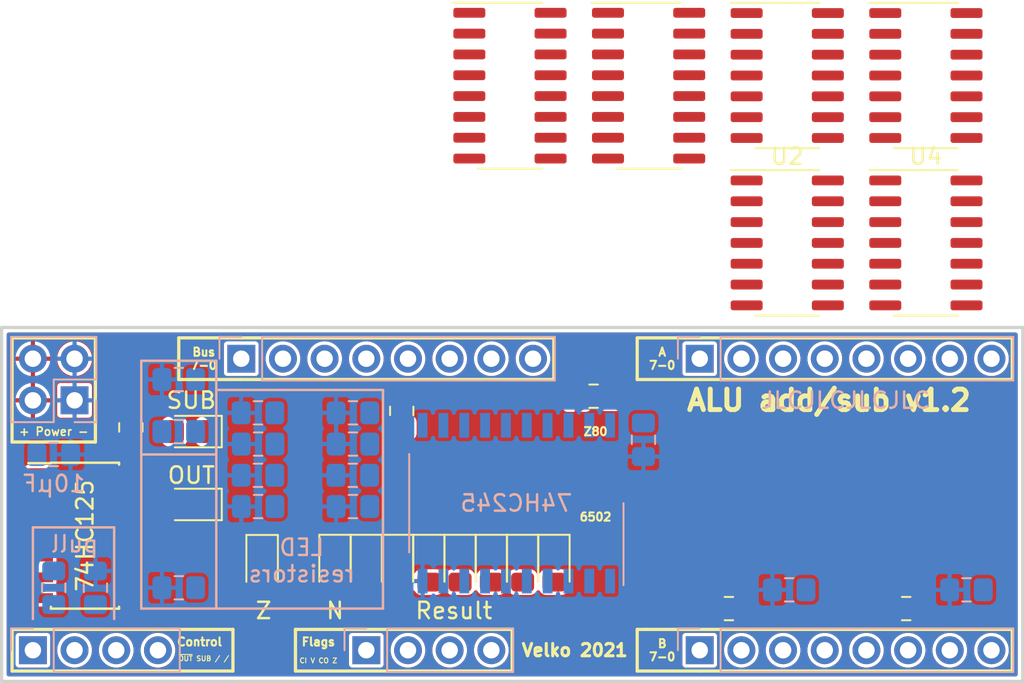
<source format=kicad_pcb>
(kicad_pcb (version 20171130) (host pcbnew "(5.1.9)-1")
  (layers (0 F.Cu signal) (1 In1.Cu signal) (2 In2.Cu signal) (31 B.Cu signal) (34 B.Paste user hide) (35 F.Paste user hide) (36 B.SilkS user hide) (37 F.SilkS user hide) (38 B.Mask user hide) (39 F.Mask user hide) (44 Edge.Cuts user))
  (net 0 "")
  (net 1 VCC)
  (net 2 GND)
  (net 3 SUM0)
  (net 4 "Net-(D1-Pad1)")
  (net 5 SUM1)
  (net 6 SUM2)
  (net 7 "Net-(D2-Pad1)")
  (net 8 "Net-(D3-Pad1)")
  (net 9 SUM3)
  (net 10 "Net-(D4-Pad1)")
  (net 11 SUM4)
  (net 12 SUM5)
  (net 13 "Net-(D5-Pad1)")
  (net 14 SUM6)
  (net 15 "Net-(D6-Pad1)")
  (net 16 SUM7)
  (net 17 "Net-(D7-Pad1)")
  (net 18 ~OUT~)
  (net 19 "Net-(D11-Pad1)")
  (net 20 BUS7)
  (net 21 BUS6)
  (net 22 BUS5)
  (net 23 BUS4)
  (net 24 BUS3)
  (net 25 BUS2)
  (net 26 BUS1)
  (net 27 BUS0)
  (net 28 ZIN)
  (net 29 "Net-(D8-Pad1)")
  (net 30 "Net-(D9-Pad2)")
  (net 31 "Net-(D10-Pad1)")
  (net 32 AND_OR)
  (net 33 "Net-(D11-Pad2)")
  (net 34 A0)
  (net 35 A1)
  (net 36 A2)
  (net 37 A3)
  (net 38 A4)
  (net 39 A5)
  (net 40 A6)
  (net 41 A7)
  (net 42 B7)
  (net 43 B6)
  (net 44 B5)
  (net 45 B4)
  (net 46 B3)
  (net 47 B2)
  (net 48 B1)
  (net 49 B0)
  (net 50 AND4)
  (net 51 AND5)
  (net 52 AND6)
  (net 53 AND7)
  (net 54 AND0)
  (net 55 AND1)
  (net 56 AND2)
  (net 57 AND3)
  (net 58 OR4)
  (net 59 OR5)
  (net 60 OR6)
  (net 61 OR7)
  (net 62 OR0)
  (net 63 OR1)
  (net 64 OR2)
  (net 65 OR3)
  (module Package_SO:SOIC-16_3.9x9.9mm_P1.27mm (layer F.Cu) (at 74.354 21.448)
    (fp_text reference U7 (at 0 -5.9) (layer F.SilkS))
    (fp_text value 74HC157)
    (pad 16 smd roundrect (at 2.475 -4.445) (size 1.95 0.6) (layers F.Cu F.Paste F.Mask) (net 1 VCC))
    (pad 15 smd roundrect (at 2.475 -3.175) (size 1.95 0.6) (layers F.Cu F.Paste F.Mask) (net 2 GND))
    (pad 14 smd roundrect (at 2.475 -1.905) (size 1.95 0.6) (layers F.Cu F.Paste F.Mask) (net 54 AND0))
    (pad 13 smd roundrect (at 2.475 -0.635) (size 1.95 0.6) (layers F.Cu F.Paste F.Mask) (net 62 OR0))
    (pad 12 smd roundrect (at 2.475 0.635) (size 1.95 0.6) (layers F.Cu F.Paste F.Mask) (net 3 SUM0))
    (pad 11 smd roundrect (at 2.475 1.905) (size 1.95 0.6) (layers F.Cu F.Paste F.Mask) (net 55 AND1))
    (pad 10 smd roundrect (at 2.475 3.175) (size 1.95 0.6) (layers F.Cu F.Paste F.Mask) (net 63 OR1))
    (pad 9 smd roundrect (at 2.475 4.445) (size 1.95 0.6) (layers F.Cu F.Paste F.Mask) (net 5 SUM1))
    (pad 8 smd roundrect (at -2.475 4.445) (size 1.95 0.6) (layers F.Cu F.Paste F.Mask) (net 2 GND))
    (pad 7 smd roundrect (at -2.475 3.175) (size 1.95 0.6) (layers F.Cu F.Paste F.Mask) (net 6 SUM2))
    (pad 6 smd roundrect (at -2.475 1.905) (size 1.95 0.6) (layers F.Cu F.Paste F.Mask) (net 64 OR2))
    (pad 5 smd roundrect (at -2.475 0.635) (size 1.95 0.6) (layers F.Cu F.Paste F.Mask) (net 56 AND2))
    (pad 4 smd roundrect (at -2.475 -0.635) (size 1.95 0.6) (layers F.Cu F.Paste F.Mask) (net 9 SUM3))
    (pad 3 smd roundrect (at -2.475 -1.905) (size 1.95 0.6) (layers F.Cu F.Paste F.Mask) (net 65 OR3))
    (pad 2 smd roundrect (at -2.475 -3.175) (size 1.95 0.6) (layers F.Cu F.Paste F.Mask) (net 57 AND3))
    (pad 1 smd roundrect (at -2.475 -4.445) (size 1.95 0.6) (layers F.Cu F.Paste F.Mask) (net 32 AND_OR))
  )
  (module Package_SO:SOIC-16_3.9x9.9mm_P1.27mm (layer F.Cu) (at 65.904 21.448)
    (fp_text reference U6 (at 0 -5.9) (layer F.SilkS))
    (fp_text value 74HC157)
    (pad 16 smd roundrect (at 2.475 -4.445) (size 1.95 0.6) (layers F.Cu F.Paste F.Mask) (net 1 VCC))
    (pad 15 smd roundrect (at 2.475 -3.175) (size 1.95 0.6) (layers F.Cu F.Paste F.Mask) (net 2 GND))
    (pad 14 smd roundrect (at 2.475 -1.905) (size 1.95 0.6) (layers F.Cu F.Paste F.Mask) (net 50 AND4))
    (pad 13 smd roundrect (at 2.475 -0.635) (size 1.95 0.6) (layers F.Cu F.Paste F.Mask) (net 58 OR4))
    (pad 12 smd roundrect (at 2.475 0.635) (size 1.95 0.6) (layers F.Cu F.Paste F.Mask) (net 11 SUM4))
    (pad 11 smd roundrect (at 2.475 1.905) (size 1.95 0.6) (layers F.Cu F.Paste F.Mask) (net 51 AND5))
    (pad 10 smd roundrect (at 2.475 3.175) (size 1.95 0.6) (layers F.Cu F.Paste F.Mask) (net 59 OR5))
    (pad 9 smd roundrect (at 2.475 4.445) (size 1.95 0.6) (layers F.Cu F.Paste F.Mask) (net 12 SUM5))
    (pad 8 smd roundrect (at -2.475 4.445) (size 1.95 0.6) (layers F.Cu F.Paste F.Mask) (net 2 GND))
    (pad 7 smd roundrect (at -2.475 3.175) (size 1.95 0.6) (layers F.Cu F.Paste F.Mask) (net 14 SUM6))
    (pad 6 smd roundrect (at -2.475 1.905) (size 1.95 0.6) (layers F.Cu F.Paste F.Mask) (net 60 OR6))
    (pad 5 smd roundrect (at -2.475 0.635) (size 1.95 0.6) (layers F.Cu F.Paste F.Mask) (net 52 AND6))
    (pad 4 smd roundrect (at -2.475 -0.635) (size 1.95 0.6) (layers F.Cu F.Paste F.Mask) (net 16 SUM7))
    (pad 3 smd roundrect (at -2.475 -1.905) (size 1.95 0.6) (layers F.Cu F.Paste F.Mask) (net 61 OR7))
    (pad 2 smd roundrect (at -2.475 -3.175) (size 1.95 0.6) (layers F.Cu F.Paste F.Mask) (net 53 AND7))
    (pad 1 smd roundrect (at -2.475 -4.445) (size 1.95 0.6) (layers F.Cu F.Paste F.Mask) (net 32 AND_OR))
  )
  (module Package_SO:SOIC-14_3.9x8.7mm_P1.27mm (layer F.Cu) (at 91.254 31.038)
    (fp_text reference U4 (at 0 -5.28) (layer F.SilkS))
    (fp_text value 74HC32)
    (pad 14 smd roundrect (at 2.475 -3.81) (size 1.95 0.6) (layers F.Cu F.Paste F.Mask) (net 1 VCC))
    (pad 13 smd roundrect (at 2.475 -2.54) (size 1.95 0.6) (layers F.Cu F.Paste F.Mask) (net 49 B0))
    (pad 12 smd roundrect (at 2.475 -1.27) (size 1.95 0.6) (layers F.Cu F.Paste F.Mask) (net 34 A0))
    (pad 11 smd roundrect (at 2.475 0) (size 1.95 0.6) (layers F.Cu F.Paste F.Mask) (net 62 OR0))
    (pad 10 smd roundrect (at 2.475 1.27) (size 1.95 0.6) (layers F.Cu F.Paste F.Mask) (net 48 B1))
    (pad 9 smd roundrect (at 2.475 2.54) (size 1.95 0.6) (layers F.Cu F.Paste F.Mask) (net 35 A1))
    (pad 8 smd roundrect (at 2.475 3.81) (size 1.95 0.6) (layers F.Cu F.Paste F.Mask) (net 63 OR1))
    (pad 7 smd roundrect (at -2.475 3.81) (size 1.95 0.6) (layers F.Cu F.Paste F.Mask) (net 2 GND))
    (pad 6 smd roundrect (at -2.475 2.54) (size 1.95 0.6) (layers F.Cu F.Paste F.Mask) (net 64 OR2))
    (pad 5 smd roundrect (at -2.475 1.27) (size 1.95 0.6) (layers F.Cu F.Paste F.Mask) (net 47 B2))
    (pad 4 smd roundrect (at -2.475 0) (size 1.95 0.6) (layers F.Cu F.Paste F.Mask) (net 36 A2))
    (pad 3 smd roundrect (at -2.475 -1.27) (size 1.95 0.6) (layers F.Cu F.Paste F.Mask) (net 65 OR3))
    (pad 2 smd roundrect (at -2.475 -2.54) (size 1.95 0.6) (layers F.Cu F.Paste F.Mask) (net 46 B3))
    (pad 1 smd roundrect (at -2.475 -3.81) (size 1.95 0.6) (layers F.Cu F.Paste F.Mask) (net 37 A3))
  )
  (module Package_SO:SOIC-14_3.9x8.7mm_P1.27mm (layer F.Cu) (at 91.254 20.828)
    (fp_text reference U3 (at 0 -5.28) (layer F.SilkS))
    (fp_text value 74HC32)
    (pad 14 smd roundrect (at 2.475 -3.81) (size 1.95 0.6) (layers F.Cu F.Paste F.Mask) (net 1 VCC))
    (pad 13 smd roundrect (at 2.475 -2.54) (size 1.95 0.6) (layers F.Cu F.Paste F.Mask) (net 45 B4))
    (pad 12 smd roundrect (at 2.475 -1.27) (size 1.95 0.6) (layers F.Cu F.Paste F.Mask) (net 38 A4))
    (pad 11 smd roundrect (at 2.475 0) (size 1.95 0.6) (layers F.Cu F.Paste F.Mask) (net 58 OR4))
    (pad 10 smd roundrect (at 2.475 1.27) (size 1.95 0.6) (layers F.Cu F.Paste F.Mask) (net 44 B5))
    (pad 9 smd roundrect (at 2.475 2.54) (size 1.95 0.6) (layers F.Cu F.Paste F.Mask) (net 39 A5))
    (pad 8 smd roundrect (at 2.475 3.81) (size 1.95 0.6) (layers F.Cu F.Paste F.Mask) (net 59 OR5))
    (pad 7 smd roundrect (at -2.475 3.81) (size 1.95 0.6) (layers F.Cu F.Paste F.Mask) (net 2 GND))
    (pad 6 smd roundrect (at -2.475 2.54) (size 1.95 0.6) (layers F.Cu F.Paste F.Mask) (net 60 OR6))
    (pad 5 smd roundrect (at -2.475 1.27) (size 1.95 0.6) (layers F.Cu F.Paste F.Mask) (net 43 B6))
    (pad 4 smd roundrect (at -2.475 0) (size 1.95 0.6) (layers F.Cu F.Paste F.Mask) (net 40 A6))
    (pad 3 smd roundrect (at -2.475 -1.27) (size 1.95 0.6) (layers F.Cu F.Paste F.Mask) (net 61 OR7))
    (pad 2 smd roundrect (at -2.475 -2.54) (size 1.95 0.6) (layers F.Cu F.Paste F.Mask) (net 42 B7))
    (pad 1 smd roundrect (at -2.475 -3.81) (size 1.95 0.6) (layers F.Cu F.Paste F.Mask) (net 41 A7))
  )
  (module Package_SO:SOIC-14_3.9x8.7mm_P1.27mm (layer F.Cu) (at 82.804 31.038)
    (fp_text reference U2 (at 0 -5.28) (layer F.SilkS))
    (fp_text value 74HC08)
    (pad 14 smd roundrect (at 2.475 -3.81) (size 1.95 0.6) (layers F.Cu F.Paste F.Mask) (net 1 VCC))
    (pad 13 smd roundrect (at 2.475 -2.54) (size 1.95 0.6) (layers F.Cu F.Paste F.Mask) (net 49 B0))
    (pad 12 smd roundrect (at 2.475 -1.27) (size 1.95 0.6) (layers F.Cu F.Paste F.Mask) (net 34 A0))
    (pad 11 smd roundrect (at 2.475 0) (size 1.95 0.6) (layers F.Cu F.Paste F.Mask) (net 54 AND0))
    (pad 10 smd roundrect (at 2.475 1.27) (size 1.95 0.6) (layers F.Cu F.Paste F.Mask) (net 48 B1))
    (pad 9 smd roundrect (at 2.475 2.54) (size 1.95 0.6) (layers F.Cu F.Paste F.Mask) (net 35 A1))
    (pad 8 smd roundrect (at 2.475 3.81) (size 1.95 0.6) (layers F.Cu F.Paste F.Mask) (net 55 AND1))
    (pad 7 smd roundrect (at -2.475 3.81) (size 1.95 0.6) (layers F.Cu F.Paste F.Mask) (net 2 GND))
    (pad 6 smd roundrect (at -2.475 2.54) (size 1.95 0.6) (layers F.Cu F.Paste F.Mask) (net 56 AND2))
    (pad 5 smd roundrect (at -2.475 1.27) (size 1.95 0.6) (layers F.Cu F.Paste F.Mask) (net 47 B2))
    (pad 4 smd roundrect (at -2.475 0) (size 1.95 0.6) (layers F.Cu F.Paste F.Mask) (net 36 A2))
    (pad 3 smd roundrect (at -2.475 -1.27) (size 1.95 0.6) (layers F.Cu F.Paste F.Mask) (net 57 AND3))
    (pad 2 smd roundrect (at -2.475 -2.54) (size 1.95 0.6) (layers F.Cu F.Paste F.Mask) (net 46 B3))
    (pad 1 smd roundrect (at -2.475 -3.81) (size 1.95 0.6) (layers F.Cu F.Paste F.Mask) (net 37 A3))
  )
  (module Package_SO:SOIC-14_3.9x8.7mm_P1.27mm (layer F.Cu) (at 82.804 20.828)
    (fp_text reference U1 (at 0 -5.28) (layer F.SilkS))
    (fp_text value 74HC08)
    (pad 14 smd roundrect (at 2.475 -3.81) (size 1.95 0.6) (layers F.Cu F.Paste F.Mask) (net 1 VCC))
    (pad 13 smd roundrect (at 2.475 -2.54) (size 1.95 0.6) (layers F.Cu F.Paste F.Mask) (net 45 B4))
    (pad 12 smd roundrect (at 2.475 -1.27) (size 1.95 0.6) (layers F.Cu F.Paste F.Mask) (net 38 A4))
    (pad 11 smd roundrect (at 2.475 0) (size 1.95 0.6) (layers F.Cu F.Paste F.Mask) (net 50 AND4))
    (pad 10 smd roundrect (at 2.475 1.27) (size 1.95 0.6) (layers F.Cu F.Paste F.Mask) (net 44 B5))
    (pad 9 smd roundrect (at 2.475 2.54) (size 1.95 0.6) (layers F.Cu F.Paste F.Mask) (net 39 A5))
    (pad 8 smd roundrect (at 2.475 3.81) (size 1.95 0.6) (layers F.Cu F.Paste F.Mask) (net 51 AND5))
    (pad 7 smd roundrect (at -2.475 3.81) (size 1.95 0.6) (layers F.Cu F.Paste F.Mask) (net 2 GND))
    (pad 6 smd roundrect (at -2.475 2.54) (size 1.95 0.6) (layers F.Cu F.Paste F.Mask) (net 52 AND6))
    (pad 5 smd roundrect (at -2.475 1.27) (size 1.95 0.6) (layers F.Cu F.Paste F.Mask) (net 43 B6))
    (pad 4 smd roundrect (at -2.475 0) (size 1.95 0.6) (layers F.Cu F.Paste F.Mask) (net 40 A6))
    (pad 3 smd roundrect (at -2.475 -1.27) (size 1.95 0.6) (layers F.Cu F.Paste F.Mask) (net 53 AND7))
    (pad 2 smd roundrect (at -2.475 -2.54) (size 1.95 0.6) (layers F.Cu F.Paste F.Mask) (net 42 B7))
    (pad 1 smd roundrect (at -2.475 -3.81) (size 1.95 0.6) (layers F.Cu F.Paste F.Mask) (net 41 A7))
  )
  (module Capacitor_SMD:C_0805_2012Metric_Pad1.15x1.40mm_HandSolder (layer B.Cu) (at 38.1 43.942)
    (fp_text reference C1 hide)
    (fp_text value 10μF (at 0 1.778) (layer B.SilkS) (effects (justify mirror)))
    (pad 1 smd roundrect (at -1.025 0) (size 1.15 1.4) (layers B.Cu B.Paste B.Mask) (roundrect_rratio 0.2173904347826087) (net 1 VCC))
    (pad 2 smd roundrect (at 1.025 0) (size 1.15 1.4) (layers B.Cu B.Paste B.Mask) (roundrect_rratio 0.2173904347826087) (net 2 GND))
  )
  (module Capacitor_SMD:C_0805_2012Metric_Pad1.15x1.40mm_HandSolder (layer B.Cu) (at 74.041 43.044 270)
    (fp_text reference C2 hide)
    (fp_text value 100nF)
    (pad 2 smd roundrect (at 1.025 0 270) (size 1.15 1.4) (layers B.Cu B.Paste B.Mask) (roundrect_rratio 0.2173904347826087) (net 2 GND))
    (pad 1 smd roundrect (at -1.025 0 270) (size 1.15 1.4) (layers B.Cu B.Paste B.Mask) (roundrect_rratio 0.2173904347826087) (net 1 VCC))
  )
  (module Capacitor_SMD:C_0805_2012Metric_Pad1.15x1.40mm_HandSolder (layer F.Cu) (at 42.799 42.291 90)
    (fp_text reference C3 hide)
    (fp_text value 100nF)
    (pad 1 smd roundrect (at -1.025 0 90) (size 1.15 1.4) (layers F.Cu F.Paste F.Mask) (roundrect_rratio 0.2173904347826087) (net 1 VCC))
    (pad 2 smd roundrect (at 1.025 0 90) (size 1.15 1.4) (layers F.Cu F.Paste F.Mask) (roundrect_rratio 0.2173904347826087) (net 2 GND))
  )
  (module Capacitor_SMD:C_0805_2012Metric_Pad1.15x1.40mm_HandSolder (layer B.Cu) (at 82.922 52.197 180)
    (fp_text reference C4 hide)
    (fp_text value 100nF)
    (pad 2 smd roundrect (at 1.025 0 180) (size 1.15 1.4) (layers B.Cu B.Paste B.Mask) (roundrect_rratio 0.2173904347826087) (net 2 GND))
    (pad 1 smd roundrect (at -1.025 0 180) (size 1.15 1.4) (layers B.Cu B.Paste B.Mask) (roundrect_rratio 0.2173904347826087) (net 1 VCC))
  )
  (module Capacitor_SMD:C_0805_2012Metric_Pad1.15x1.40mm_HandSolder (layer B.Cu) (at 93.726 52.197 180)
    (fp_text reference C5 hide)
    (fp_text value 100nF)
    (pad 1 smd roundrect (at -1.025 0 180) (size 1.15 1.4) (layers B.Cu B.Paste B.Mask) (roundrect_rratio 0.2173904347826087) (net 1 VCC))
    (pad 2 smd roundrect (at 1.025 0 180) (size 1.15 1.4) (layers B.Cu B.Paste B.Mask) (roundrect_rratio 0.2173904347826087) (net 2 GND))
  )
  (module LED_SMD:LED_0805_2012Metric_Pad1.15x1.40mm_HandSolder (layer F.Cu) (at 68.58 50.7 270)
    (fp_text reference D1 hide)
    (fp_text value 0)
    (pad 1 smd roundrect (at -1.025 0 270) (size 1.15 1.4) (layers F.Cu F.Paste F.Mask) (roundrect_rratio 0.2173904347826087) (net 4 "Net-(D1-Pad1)"))
    (pad 2 smd roundrect (at 1.025 0 270) (size 1.15 1.4) (layers F.Cu F.Paste F.Mask) (roundrect_rratio 0.2173904347826087) (net 3 SUM0))
  )
  (module LED_SMD:LED_0805_2012Metric_Pad1.15x1.40mm_HandSolder (layer F.Cu) (at 66.675 50.7 270)
    (fp_text reference D2 hide)
    (fp_text value 1)
    (pad 1 smd roundrect (at -1.025 0 270) (size 1.15 1.4) (layers F.Cu F.Paste F.Mask) (roundrect_rratio 0.2173904347826087) (net 7 "Net-(D2-Pad1)"))
    (pad 2 smd roundrect (at 1.025 0 270) (size 1.15 1.4) (layers F.Cu F.Paste F.Mask) (roundrect_rratio 0.2173904347826087) (net 5 SUM1))
  )
  (module LED_SMD:LED_0805_2012Metric_Pad1.15x1.40mm_HandSolder (layer F.Cu) (at 64.77 50.7 270)
    (fp_text reference D3 hide)
    (fp_text value 2)
    (pad 2 smd roundrect (at 1.025 0 270) (size 1.15 1.4) (layers F.Cu F.Paste F.Mask) (roundrect_rratio 0.2173904347826087) (net 6 SUM2))
    (pad 1 smd roundrect (at -1.025 0 270) (size 1.15 1.4) (layers F.Cu F.Paste F.Mask) (roundrect_rratio 0.2173904347826087) (net 8 "Net-(D3-Pad1)"))
  )
  (module LED_SMD:LED_0805_2012Metric_Pad1.15x1.40mm_HandSolder (layer F.Cu) (at 62.865 50.7 270)
    (fp_text reference D4 hide)
    (fp_text value Result (at 2.767 0.381) (layer F.SilkS))
    (pad 1 smd roundrect (at -1.025 0 270) (size 1.15 1.4) (layers F.Cu F.Paste F.Mask) (roundrect_rratio 0.2173904347826087) (net 10 "Net-(D4-Pad1)"))
    (pad 2 smd roundrect (at 1.025 0 270) (size 1.15 1.4) (layers F.Cu F.Paste F.Mask) (roundrect_rratio 0.2173904347826087) (net 9 SUM3))
  )
  (module LED_SMD:LED_0805_2012Metric_Pad1.15x1.40mm_HandSolder (layer F.Cu) (at 60.96 50.7 270)
    (fp_text reference D5 hide)
    (fp_text value 4)
    (pad 1 smd roundrect (at -1.025 0 270) (size 1.15 1.4) (layers F.Cu F.Paste F.Mask) (roundrect_rratio 0.2173904347826087) (net 13 "Net-(D5-Pad1)"))
    (pad 2 smd roundrect (at 1.025 0 270) (size 1.15 1.4) (layers F.Cu F.Paste F.Mask) (roundrect_rratio 0.2173904347826087) (net 11 SUM4))
  )
  (module LED_SMD:LED_0805_2012Metric_Pad1.15x1.40mm_HandSolder (layer F.Cu) (at 59.055 50.7 270)
    (fp_text reference D6 hide)
    (fp_text value 5)
    (pad 2 smd roundrect (at 1.025 0 270) (size 1.15 1.4) (layers F.Cu F.Paste F.Mask) (roundrect_rratio 0.2173904347826087) (net 12 SUM5))
    (pad 1 smd roundrect (at -1.025 0 270) (size 1.15 1.4) (layers F.Cu F.Paste F.Mask) (roundrect_rratio 0.2173904347826087) (net 15 "Net-(D6-Pad1)"))
  )
  (module LED_SMD:LED_0805_2012Metric_Pad1.15x1.40mm_HandSolder (layer F.Cu) (at 57.15 50.7 270)
    (fp_text reference D7 hide)
    (fp_text value 6)
    (pad 2 smd roundrect (at 1.025 0 270) (size 1.15 1.4) (layers F.Cu F.Paste F.Mask) (roundrect_rratio 0.2173904347826087) (net 14 SUM6))
    (pad 1 smd roundrect (at -1.025 0 270) (size 1.15 1.4) (layers F.Cu F.Paste F.Mask) (roundrect_rratio 0.2173904347826087) (net 17 "Net-(D7-Pad1)"))
  )
  (module LED_SMD:LED_0805_2012Metric_Pad1.15x1.40mm_HandSolder (layer F.Cu) (at 55.245 50.7 270)
    (fp_text reference D8 hide)
    (fp_text value N (at 2.767 0) (layer F.SilkS))
    (pad 2 smd roundrect (at 1.025 0 270) (size 1.15 1.4) (layers F.Cu F.Paste F.Mask) (roundrect_rratio 0.2173904347826087) (net 16 SUM7))
    (pad 1 smd roundrect (at -1.025 0 270) (size 1.15 1.4) (layers F.Cu F.Paste F.Mask) (roundrect_rratio 0.2173904347826087) (net 29 "Net-(D8-Pad1)"))
  )
  (module LED_SMD:LED_0805_2012Metric_Pad1.15x1.40mm_HandSolder (layer F.Cu) (at 46.482 46.99 180)
    (fp_text reference D9 hide)
    (fp_text value OUT (at 0 1.778) (layer F.SilkS))
    (pad 1 smd roundrect (at -1.025 0 180) (size 1.15 1.4) (layers F.Cu F.Paste F.Mask) (roundrect_rratio 0.2173904347826087) (net 18 ~OUT~))
    (pad 2 smd roundrect (at 1.025 0 180) (size 1.15 1.4) (layers F.Cu F.Paste F.Mask) (roundrect_rratio 0.2173904347826087) (net 30 "Net-(D9-Pad2)"))
  )
  (module LED_SMD:LED_0805_2012Metric_Pad1.15x1.40mm_HandSolder (layer F.Cu) (at 46.482 42.545 180)
    (fp_text reference D10 hide)
    (fp_text value SUB (at 0 1.905 180) (layer F.SilkS))
    (pad 1 smd roundrect (at -1.025 0 180) (size 1.15 1.4) (layers F.Cu F.Paste F.Mask) (roundrect_rratio 0.2173904347826087) (net 31 "Net-(D10-Pad1)"))
    (pad 2 smd roundrect (at 1.025 0 180) (size 1.15 1.4) (layers F.Cu F.Paste F.Mask) (roundrect_rratio 0.2173904347826087) (net 32 AND_OR))
  )
  (module LED_SMD:LED_0805_2012Metric_Pad1.15x1.40mm_HandSolder (layer F.Cu) (at 50.8 50.7093 270)
    (fp_text reference D11 hide)
    (fp_text value Z (at 2.757664 -0.090536) (layer F.SilkS))
    (pad 1 smd roundrect (at -1.025 0 270) (size 1.15 1.4) (layers F.Cu F.Paste F.Mask) (roundrect_rratio 0.2173904347826087) (net 19 "Net-(D11-Pad1)"))
    (pad 2 smd roundrect (at 1.025 0 270) (size 1.15 1.4) (layers F.Cu F.Paste F.Mask) (roundrect_rratio 0.2173904347826087) (net 33 "Net-(D11-Pad2)"))
  )
  (module Connector_PinHeader_2.54mm:PinHeader_1x08_P2.54mm_Vertical (layer B.Cu) (at 49.53 38.1 270)
    (fp_text reference J3 hide)
    (fp_text value BUS)
    (pad 1 thru_hole rect (at 0 0 270) (size 1.7 1.7) (drill 1) (layers *.Cu *.Mask) (net 20 BUS7))
    (pad 2 thru_hole oval (at 0 -2.54 270) (size 1.7 1.7) (drill 1) (layers *.Cu *.Mask) (net 21 BUS6))
    (pad 3 thru_hole oval (at 0 -5.08 270) (size 1.7 1.7) (drill 1) (layers *.Cu *.Mask) (net 22 BUS5))
    (pad 4 thru_hole oval (at 0 -7.62 270) (size 1.7 1.7) (drill 1) (layers *.Cu *.Mask) (net 23 BUS4))
    (pad 5 thru_hole oval (at 0 -10.16 270) (size 1.7 1.7) (drill 1) (layers *.Cu *.Mask) (net 24 BUS3))
    (pad 6 thru_hole oval (at 0 -12.7 270) (size 1.7 1.7) (drill 1) (layers *.Cu *.Mask) (net 25 BUS2))
    (pad 7 thru_hole oval (at 0 -15.24 270) (size 1.7 1.7) (drill 1) (layers *.Cu *.Mask) (net 26 BUS1))
    (pad 8 thru_hole oval (at 0 -17.78 270) (size 1.7 1.7) (drill 1) (layers *.Cu *.Mask) (net 27 BUS0))
  )
  (module Connector_PinHeader_2.54mm:PinHeader_1x08_P2.54mm_Vertical (layer B.Cu) (at 77.47 38.1 270)
    (fp_text reference J4 hide)
    (fp_text value "Input A")
    (pad 8 thru_hole oval (at 0 -17.78 270) (size 1.7 1.7) (drill 1) (layers *.Cu *.Mask) (net 34 A0))
    (pad 7 thru_hole oval (at 0 -15.24 270) (size 1.7 1.7) (drill 1) (layers *.Cu *.Mask) (net 35 A1))
    (pad 6 thru_hole oval (at 0 -12.7 270) (size 1.7 1.7) (drill 1) (layers *.Cu *.Mask) (net 36 A2))
    (pad 5 thru_hole oval (at 0 -10.16 270) (size 1.7 1.7) (drill 1) (layers *.Cu *.Mask) (net 37 A3))
    (pad 4 thru_hole oval (at 0 -7.62 270) (size 1.7 1.7) (drill 1) (layers *.Cu *.Mask) (net 38 A4))
    (pad 3 thru_hole oval (at 0 -5.08 270) (size 1.7 1.7) (drill 1) (layers *.Cu *.Mask) (net 39 A5))
    (pad 2 thru_hole oval (at 0 -2.54 270) (size 1.7 1.7) (drill 1) (layers *.Cu *.Mask) (net 40 A6))
    (pad 1 thru_hole rect (at 0 0 270) (size 1.7 1.7) (drill 1) (layers *.Cu *.Mask) (net 41 A7))
  )
  (module Connector_PinHeader_2.54mm:PinHeader_1x08_P2.54mm_Vertical (layer B.Cu) (at 77.47 55.88 270)
    (fp_text reference J6 hide)
    (fp_text value "Input B")
    (pad 1 thru_hole rect (at 0 0 270) (size 1.7 1.7) (drill 1) (layers *.Cu *.Mask) (net 42 B7))
    (pad 2 thru_hole oval (at 0 -2.54 270) (size 1.7 1.7) (drill 1) (layers *.Cu *.Mask) (net 43 B6))
    (pad 3 thru_hole oval (at 0 -5.08 270) (size 1.7 1.7) (drill 1) (layers *.Cu *.Mask) (net 44 B5))
    (pad 4 thru_hole oval (at 0 -7.62 270) (size 1.7 1.7) (drill 1) (layers *.Cu *.Mask) (net 45 B4))
    (pad 5 thru_hole oval (at 0 -10.16 270) (size 1.7 1.7) (drill 1) (layers *.Cu *.Mask) (net 46 B3))
    (pad 6 thru_hole oval (at 0 -12.7 270) (size 1.7 1.7) (drill 1) (layers *.Cu *.Mask) (net 47 B2))
    (pad 7 thru_hole oval (at 0 -15.24 270) (size 1.7 1.7) (drill 1) (layers *.Cu *.Mask) (net 48 B1))
    (pad 8 thru_hole oval (at 0 -17.78 270) (size 1.7 1.7) (drill 1) (layers *.Cu *.Mask) (net 49 B0))
  )
  (module Connector_PinHeader_2.54mm:PinHeader_1x04_P2.54mm_Vertical (layer B.Cu) (at 36.83 55.88 270)
    (fp_text reference J2 hide)
    (fp_text value Control)
    (pad 1 thru_hole rect (at 0 0 270) (size 1.7 1.7) (drill 1) (layers *.Cu *.Mask) (net 18 ~OUT~))
    (pad 2 thru_hole oval (at 0 -2.54 270) (size 1.7 1.7) (drill 1) (layers *.Cu *.Mask) (net 32 AND_OR))
    (pad 3 thru_hole oval (at 0 -5.08 270) (size 1.7 1.7) (drill 1) (layers *.Cu *.Mask))
    (pad 4 thru_hole oval (at 0 -7.62 270) (size 1.7 1.7) (drill 1) (layers *.Cu *.Mask))
  )
  (module Connector_PinHeader_2.54mm:PinHeader_1x04_P2.54mm_Vertical (layer B.Cu) (at 57.15 55.88 270)
    (fp_text reference J5 hide)
    (fp_text value Flags)
    (pad 4 thru_hole oval (at 0 -7.62 270) (size 1.7 1.7) (drill 1) (layers *.Cu *.Mask) (net 28 ZIN))
    (pad 3 thru_hole oval (at 0 -5.08 270) (size 1.7 1.7) (drill 1) (layers *.Cu *.Mask))
    (pad 2 thru_hole oval (at 0 -2.54 270) (size 1.7 1.7) (drill 1) (layers *.Cu *.Mask))
    (pad 1 thru_hole rect (at 0 0 270) (size 1.7 1.7) (drill 1) (layers *.Cu *.Mask))
  )
  (module Resistor_SMD:R_0805_2012Metric_Pad1.15x1.40mm_HandSolder (layer B.Cu) (at 56.3335 41.402)
    (fp_text reference R1 hide)
    (fp_text value 330)
    (pad 1 smd roundrect (at -1.025 0) (size 1.15 1.4) (layers B.Cu B.Paste B.Mask) (roundrect_rratio 0.2173904347826087) (net 2 GND))
    (pad 2 smd roundrect (at 1.025 0) (size 1.15 1.4) (layers B.Cu B.Paste B.Mask) (roundrect_rratio 0.2173904347826087) (net 4 "Net-(D1-Pad1)"))
  )
  (module Resistor_SMD:R_0805_2012Metric_Pad1.15x1.40mm_HandSolder (layer B.Cu) (at 56.3335 43.307)
    (fp_text reference R2 hide)
    (fp_text value 330)
    (pad 2 smd roundrect (at 1.025 0) (size 1.15 1.4) (layers B.Cu B.Paste B.Mask) (roundrect_rratio 0.2173904347826087) (net 7 "Net-(D2-Pad1)"))
    (pad 1 smd roundrect (at -1.025 0) (size 1.15 1.4) (layers B.Cu B.Paste B.Mask) (roundrect_rratio 0.2173904347826087) (net 2 GND))
  )
  (module Resistor_SMD:R_0805_2012Metric_Pad1.15x1.40mm_HandSolder (layer B.Cu) (at 56.3245 45.212)
    (fp_text reference R3 hide)
    (fp_text value 330)
    (pad 1 smd roundrect (at -1.025 0) (size 1.15 1.4) (layers B.Cu B.Paste B.Mask) (roundrect_rratio 0.2173904347826087) (net 2 GND))
    (pad 2 smd roundrect (at 1.025 0) (size 1.15 1.4) (layers B.Cu B.Paste B.Mask) (roundrect_rratio 0.2173904347826087) (net 8 "Net-(D3-Pad1)"))
  )
  (module Resistor_SMD:R_0805_2012Metric_Pad1.15x1.40mm_HandSolder (layer B.Cu) (at 56.3335 47.117)
    (fp_text reference R4 hide)
    (fp_text value 330)
    (pad 2 smd roundrect (at 1.025 0) (size 1.15 1.4) (layers B.Cu B.Paste B.Mask) (roundrect_rratio 0.2173904347826087) (net 10 "Net-(D4-Pad1)"))
    (pad 1 smd roundrect (at -1.025 0) (size 1.15 1.4) (layers B.Cu B.Paste B.Mask) (roundrect_rratio 0.2173904347826087) (net 2 GND))
  )
  (module Resistor_SMD:R_0805_2012Metric_Pad1.15x1.40mm_HandSolder (layer B.Cu) (at 50.546 41.402)
    (fp_text reference R5 hide)
    (fp_text value 330)
    (pad 1 smd roundrect (at -1.025 0) (size 1.15 1.4) (layers B.Cu B.Paste B.Mask) (roundrect_rratio 0.2173904347826087) (net 2 GND))
    (pad 2 smd roundrect (at 1.025 0) (size 1.15 1.4) (layers B.Cu B.Paste B.Mask) (roundrect_rratio 0.2173904347826087) (net 13 "Net-(D5-Pad1)"))
  )
  (module Resistor_SMD:R_0805_2012Metric_Pad1.15x1.40mm_HandSolder (layer B.Cu) (at 50.555 43.307)
    (fp_text reference R6 hide)
    (fp_text value 330)
    (pad 2 smd roundrect (at 1.025 0) (size 1.15 1.4) (layers B.Cu B.Paste B.Mask) (roundrect_rratio 0.2173904347826087) (net 15 "Net-(D6-Pad1)"))
    (pad 1 smd roundrect (at -1.025 0) (size 1.15 1.4) (layers B.Cu B.Paste B.Mask) (roundrect_rratio 0.2173904347826087) (net 2 GND))
  )
  (module Resistor_SMD:R_0805_2012Metric_Pad1.15x1.40mm_HandSolder (layer B.Cu) (at 50.546 45.212)
    (fp_text reference R7 hide)
    (fp_text value 330)
    (pad 1 smd roundrect (at -1.025 0) (size 1.15 1.4) (layers B.Cu B.Paste B.Mask) (roundrect_rratio 0.2173904347826087) (net 2 GND))
    (pad 2 smd roundrect (at 1.025 0) (size 1.15 1.4) (layers B.Cu B.Paste B.Mask) (roundrect_rratio 0.2173904347826087) (net 17 "Net-(D7-Pad1)"))
  )
  (module Resistor_SMD:R_0805_2012Metric_Pad1.15x1.40mm_HandSolder (layer B.Cu) (at 50.555 47.117)
    (fp_text reference R8 hide)
    (fp_text value 330)
    (pad 1 smd roundrect (at -1.025 0) (size 1.15 1.4) (layers B.Cu B.Paste B.Mask) (roundrect_rratio 0.2173904347826087) (net 2 GND))
    (pad 2 smd roundrect (at 1.025 0) (size 1.15 1.4) (layers B.Cu B.Paste B.Mask) (roundrect_rratio 0.2173904347826087) (net 29 "Net-(D8-Pad1)"))
  )
  (module Resistor_SMD:R_0805_2012Metric_Pad1.15x1.40mm_HandSolder (layer B.Cu) (at 45.72 42.545)
    (fp_text reference R9 hide)
    (fp_text value 330)
    (pad 2 smd roundrect (at 1.025 0) (size 1.15 1.4) (layers B.Cu B.Paste B.Mask) (roundrect_rratio 0.2173904347826087) (net 30 "Net-(D9-Pad2)"))
    (pad 1 smd roundrect (at -1.025 0) (size 1.15 1.4) (layers B.Cu B.Paste B.Mask) (roundrect_rratio 0.2173904347826087) (net 1 VCC))
  )
  (module Resistor_SMD:R_0805_2012Metric_Pad1.15x1.40mm_HandSolder (layer B.Cu) (at 45.72 39.37)
    (fp_text reference R10 hide)
    (fp_text value 330)
    (pad 1 smd roundrect (at -1.025 0) (size 1.15 1.4) (layers B.Cu B.Paste B.Mask) (roundrect_rratio 0.2173904347826087) (net 2 GND))
    (pad 2 smd roundrect (at 1.025 0) (size 1.15 1.4) (layers B.Cu B.Paste B.Mask) (roundrect_rratio 0.2173904347826087) (net 31 "Net-(D10-Pad1)"))
  )
  (module Resistor_SMD:R_0805_2012Metric_Pad1.15x1.40mm_HandSolder (layer B.Cu) (at 38.1 52.07 90)
    (fp_text reference R12 hide)
    (fp_text value 10K)
    (pad 2 smd roundrect (at 1.025 0 90) (size 1.15 1.4) (layers B.Cu B.Paste B.Mask) (roundrect_rratio 0.2173904347826087) (net 1 VCC))
    (pad 1 smd roundrect (at -1.025 0 90) (size 1.15 1.4) (layers B.Cu B.Paste B.Mask) (roundrect_rratio 0.2173904347826087) (net 18 ~OUT~))
  )
  (module Resistor_SMD:R_0805_2012Metric_Pad1.15x1.40mm_HandSolder (layer B.Cu) (at 40.64 52.07 270)
    (fp_text reference R13 hide)
    (fp_text value 10K)
    (pad 1 smd roundrect (at -1.025 0 270) (size 1.15 1.4) (layers B.Cu B.Paste B.Mask) (roundrect_rratio 0.2173904347826087) (net 2 GND))
    (pad 2 smd roundrect (at 1.025 0 270) (size 1.15 1.4) (layers B.Cu B.Paste B.Mask) (roundrect_rratio 0.2173904347826087) (net 32 AND_OR))
  )
  (module Resistor_SMD:R_0805_2012Metric_Pad1.15x1.40mm_HandSolder (layer B.Cu) (at 45.72 52.07)
    (fp_text reference R11 hide)
    (fp_text value 330)
    (pad 2 smd roundrect (at 1.025 0) (size 1.15 1.4) (layers B.Cu B.Paste B.Mask) (roundrect_rratio 0.2173904347826087) (net 19 "Net-(D11-Pad1)"))
    (pad 1 smd roundrect (at -1.025 0) (size 1.15 1.4) (layers B.Cu B.Paste B.Mask) (roundrect_rratio 0.2173904347826087) (net 2 GND))
  )
  (module Package_SO:SO-20_12.8x7.5mm_P1.27mm (layer B.Cu) (at 66.294 46.914 90)
    (fp_text reference U8)
    (fp_text value 74HC245 (at 0 0 180) (layer B.SilkS) (effects (justify mirror)))
    (pad 6 smd rect (at -4.75 -0.635 90) (size 1.5 0.6) (layers B.Cu B.Paste B.Mask) (net 11 SUM4))
    (pad 5 smd rect (at -4.75 0.635 90) (size 1.5 0.6) (layers B.Cu B.Paste B.Mask) (net 9 SUM3))
    (pad 4 smd rect (at -4.75 1.905 90) (size 1.5 0.6) (layers B.Cu B.Paste B.Mask) (net 6 SUM2))
    (pad 3 smd rect (at -4.75 3.175 90) (size 1.5 0.6) (layers B.Cu B.Paste B.Mask) (net 5 SUM1))
    (pad 2 smd rect (at -4.75 4.445 90) (size 1.5 0.6) (layers B.Cu B.Paste B.Mask) (net 3 SUM0))
    (pad 1 smd rect (at -4.75 5.715 90) (size 1.5 0.6) (layers B.Cu B.Paste B.Mask) (net 1 VCC))
    (pad 7 smd rect (at -4.75 -1.905 90) (size 1.5 0.6) (layers B.Cu B.Paste B.Mask) (net 12 SUM5))
    (pad 8 smd rect (at -4.75 -3.175 90) (size 1.5 0.6) (layers B.Cu B.Paste B.Mask) (net 14 SUM6))
    (pad 9 smd rect (at -4.75 -4.445 90) (size 1.5 0.6) (layers B.Cu B.Paste B.Mask) (net 16 SUM7))
    (pad 10 smd rect (at -4.75 -5.715 90) (size 1.5 0.6) (layers B.Cu B.Paste B.Mask) (net 2 GND))
    (pad 11 smd rect (at 4.75 -5.715 90) (size 1.5 0.6) (layers B.Cu B.Paste B.Mask) (net 20 BUS7))
    (pad 12 smd rect (at 4.75 -4.445 90) (size 1.5 0.6) (layers B.Cu B.Paste B.Mask) (net 21 BUS6))
    (pad 13 smd rect (at 4.75 -3.175 90) (size 1.5 0.6) (layers B.Cu B.Paste B.Mask) (net 22 BUS5))
    (pad 14 smd rect (at 4.75 -1.905 90) (size 1.5 0.6) (layers B.Cu B.Paste B.Mask) (net 23 BUS4))
    (pad 15 smd rect (at 4.75 -0.635 90) (size 1.5 0.6) (layers B.Cu B.Paste B.Mask) (net 24 BUS3))
    (pad 16 smd rect (at 4.75 0.635 90) (size 1.5 0.6) (layers B.Cu B.Paste B.Mask) (net 25 BUS2))
    (pad 17 smd rect (at 4.75 1.905 90) (size 1.5 0.6) (layers B.Cu B.Paste B.Mask) (net 26 BUS1))
    (pad 18 smd rect (at 4.75 3.175 90) (size 1.5 0.6) (layers B.Cu B.Paste B.Mask) (net 27 BUS0))
    (pad 19 smd rect (at 4.75 4.445 90) (size 1.5 0.6) (layers B.Cu B.Paste B.Mask) (net 18 ~OUT~))
    (pad 20 smd rect (at 4.75 5.715 90) (size 1.5 0.6) (layers B.Cu B.Paste B.Mask) (net 1 VCC))
  )
  (module Package_SO:SOIC-14_3.9x8.7mm_P1.27mm (layer F.Cu) (at 40.005 48.895)
    (fp_text reference U5)
    (fp_text value 74HC125 (at 0 0 90) (layer F.SilkS))
    (pad 1 smd rect (at -2.7 -3.81) (size 1.5 0.6) (layers F.Cu F.Paste F.Mask))
    (pad 2 smd rect (at -2.7 -2.54) (size 1.5 0.6) (layers F.Cu F.Paste F.Mask))
    (pad 3 smd rect (at -2.7 -1.27) (size 1.5 0.6) (layers F.Cu F.Paste F.Mask))
    (pad 4 smd rect (at -2.7 0) (size 1.5 0.6) (layers F.Cu F.Paste F.Mask))
    (pad 5 smd rect (at -2.7 1.27) (size 1.5 0.6) (layers F.Cu F.Paste F.Mask))
    (pad 6 smd rect (at -2.7 2.54) (size 1.5 0.6) (layers F.Cu F.Paste F.Mask))
    (pad 7 smd rect (at -2.7 3.81) (size 1.5 0.6) (layers F.Cu F.Paste F.Mask) (net 2 GND))
    (pad 8 smd rect (at 2.7 3.81) (size 1.5 0.6) (layers F.Cu F.Paste F.Mask) (net 33 "Net-(D11-Pad2)"))
    (pad 9 smd rect (at 2.7 2.54) (size 1.5 0.6) (layers F.Cu F.Paste F.Mask) (net 28 ZIN))
    (pad 10 smd rect (at 2.7 1.27) (size 1.5 0.6) (layers F.Cu F.Paste F.Mask) (net 18 ~OUT~))
    (pad 11 smd rect (at 2.7 0) (size 1.5 0.6) (layers F.Cu F.Paste F.Mask))
    (pad 12 smd rect (at 2.7 -1.27) (size 1.5 0.6) (layers F.Cu F.Paste F.Mask))
    (pad 13 smd rect (at 2.7 -2.54) (size 1.5 0.6) (layers F.Cu F.Paste F.Mask))
    (pad 14 smd rect (at 2.7 -3.81) (size 1.5 0.6) (layers F.Cu F.Paste F.Mask) (net 1 VCC))
  )
  (module Connector_PinHeader_2.54mm:PinHeader_2x02_P2.54mm_Vertical (layer B.Cu) (at 39.37 40.64 90)
    (fp_text reference J1 hide)
    (fp_text value Power)
    (pad 1 thru_hole rect (at 0 0 90) (size 1.7 1.7) (drill 1) (layers *.Cu *.Mask) (net 2 GND))
    (pad 2 thru_hole oval (at 2.54 0 90) (size 1.7 1.7) (drill 1) (layers *.Cu *.Mask) (net 2 GND))
    (pad 3 thru_hole oval (at 0 -2.54 90) (size 1.7 1.7) (drill 1) (layers *.Cu *.Mask) (net 1 VCC))
    (pad 4 thru_hole oval (at 2.54 -2.54 90) (size 1.7 1.7) (drill 1) (layers *.Cu *.Mask) (net 1 VCC))
  )
  (module Capacitor_SMD:C_0805_2012Metric_Pad1.15x1.40mm_HandSolder (layer F.Cu) (at 59.309 41.284 270)
    (fp_text reference C6)
    (fp_text value 100nF)
    (pad 1 smd roundrect (at -1.025 0 270) (size 1.15 1.4) (layers F.Cu F.Paste F.Mask) (roundrect_rratio 0.2173904347826087) (net 1 VCC))
    (pad 2 smd roundrect (at 1.025 0 270) (size 1.15 1.4) (layers F.Cu F.Paste F.Mask) (roundrect_rratio 0.2173904347826087) (net 2 GND))
  )
  (module Capacitor_SMD:C_0805_2012Metric_Pad1.15x1.40mm_HandSolder (layer F.Cu) (at 79.248 53.34)
    (fp_text reference C7)
    (fp_text value 100nF)
    (pad 2 smd roundrect (at 1.025 0) (size 1.15 1.4) (layers F.Cu F.Paste F.Mask) (roundrect_rratio 0.2173904347826087) (net 2 GND))
    (pad 1 smd roundrect (at -1.025 0) (size 1.15 1.4) (layers F.Cu F.Paste F.Mask) (roundrect_rratio 0.2173904347826087) (net 1 VCC))
  )
  (module Capacitor_SMD:C_0805_2012Metric_Pad1.15x1.40mm_HandSolder (layer F.Cu) (at 71.002 40.386)
    (fp_text reference C8)
    (fp_text value 100nF)
    (pad 1 smd roundrect (at -1.025 0) (size 1.15 1.4) (layers F.Cu F.Paste F.Mask) (roundrect_rratio 0.2173904347826087) (net 1 VCC))
    (pad 2 smd roundrect (at 1.025 0) (size 1.15 1.4) (layers F.Cu F.Paste F.Mask) (roundrect_rratio 0.2173904347826087) (net 2 GND))
  )
  (module Capacitor_SMD:C_0805_2012Metric_Pad1.15x1.40mm_HandSolder (layer F.Cu) (at 90.052 53.34)
    (fp_text reference C9)
    (fp_text value 100nF)
    (pad 2 smd roundrect (at 1.025 0) (size 1.15 1.4) (layers F.Cu F.Paste F.Mask) (roundrect_rratio 0.2173904347826087) (net 2 GND))
    (pad 1 smd roundrect (at -1.025 0) (size 1.15 1.4) (layers F.Cu F.Paste F.Mask) (roundrect_rratio 0.2173904347826087) (net 1 VCC))
  )
  (gr_text JLCJLCJLCJLC (at 86.36 40.64) (layer B.SilkS) (effects (font (size 1 1))))
  (gr_line (start 48.006 43.942) (end 48.006 53.34) (layer B.SilkS) (width 0.15))
  (gr_line (start 48.006 43.942) (end 43.434 43.942) (layer B.SilkS) (width 0.15))
  (gr_line (start 48.006 40.005) (end 48.006 43.942) (layer B.SilkS) (width 0.15))
  (gr_line (start 43.434 38.227) (end 43.434 38.354) (layer B.SilkS) (width 0.15))
  (gr_line (start 48.006 38.227) (end 47.371 38.227) (layer B.SilkS) (width 0.15))
  (gr_line (start 48.006 40.005) (end 48.006 38.227) (layer B.SilkS) (width 0.15))
  (gr_line (start 43.434 53.34) (end 58.166 53.34) (layer B.SilkS) (width 0.15))
  (gr_line (start 48.133 40.005) (end 58.166 40.005) (layer B.SilkS) (width 0.15))
  (gr_text 6502 (at 71.12 47.752) (layer F.SilkS) (effects (font (size 0.5 0.5) (thickness 0.125))))
  (gr_text Z80 (at 71.12 42.545) (layer F.SilkS) (effects (font (size 0.5 0.5) (thickness 0.125))))
  (gr_line (start 41.783 53.848) (end 41.783 53.975) (layer B.SilkS) (width 0.15))
  (gr_line (start 41.783 48.387) (end 41.783 53.848) (layer B.SilkS) (width 0.15))
  (gr_line (start 41.656 48.387) (end 41.783 48.387) (layer B.SilkS) (width 0.15))
  (gr_line (start 36.83 48.387) (end 41.656 48.387) (layer B.SilkS) (width 0.15))
  (gr_line (start 36.83 53.975) (end 36.83 48.387) (layer B.SilkS) (width 0.15))
  (gr_text pull (at 39.37 49.403) (layer B.SilkS) (effects (font (size 1 1)) (justify mirror)))
  (gr_text "LED\nresistors" (at 53.213 50.419) (layer B.SilkS) (effects (font (size 1 1)) (justify mirror)))
  (gr_line (start 43.434 38.227) (end 47.371 38.227) (layer B.SilkS) (width 0.15))
  (gr_line (start 58.166 53.34) (end 58.166 40.005) (layer B.SilkS) (width 0.15))
  (gr_line (start 43.434 38.354) (end 43.434 53.34) (layer B.SilkS) (width 0.15))
  (gr_line (start 40.64 36.83) (end 40.64 40.64) (layer F.SilkS) (width 0.2))
  (gr_line (start 35.56 36.83) (end 40.64 36.83) (layer F.SilkS) (width 0.2))
  (gr_line (start 35.56 40.64) (end 35.56 36.83) (layer F.SilkS) (width 0.2))
  (gr_line (start 68.58 36.83) (end 49.53 36.83) (layer F.SilkS) (width 0.2))
  (gr_line (start 68.58 39.37) (end 68.58 36.83) (layer F.SilkS) (width 0.2))
  (gr_line (start 49.53 39.37) (end 68.58 39.37) (layer F.SilkS) (width 0.2))
  (gr_line (start 96.52 39.37) (end 77.47 39.37) (layer F.SilkS) (width 0.2))
  (gr_line (start 96.52 36.83) (end 96.52 39.37) (layer F.SilkS) (width 0.2))
  (gr_line (start 77.47 36.83) (end 96.52 36.83) (layer F.SilkS) (width 0.2))
  (gr_line (start 96.52 57.15) (end 77.47 57.15) (layer F.SilkS) (width 0.2))
  (gr_line (start 96.52 54.61) (end 96.52 57.15) (layer F.SilkS) (width 0.2))
  (gr_line (start 77.47 54.61) (end 96.52 54.61) (layer F.SilkS) (width 0.2))
  (gr_line (start 66.04 57.15) (end 52.832 57.15) (layer F.SilkS) (width 0.2))
  (gr_line (start 66.04 54.61) (end 66.04 57.15) (layer F.SilkS) (width 0.2))
  (gr_line (start 52.832 54.61) (end 66.04 54.61) (layer F.SilkS) (width 0.2))
  (gr_line (start 35.56 57.15) (end 49.022 57.15) (layer F.SilkS) (width 0.2))
  (gr_line (start 35.56 54.61) (end 35.56 57.15) (layer F.SilkS) (width 0.2))
  (gr_line (start 49.022 54.61) (end 35.56 54.61) (layer F.SilkS) (width 0.2))
  (gr_text "CI V CO Z" (at 54.229 56.515) (layer F.SilkS) (effects (font (size 0.3 0.3) (thickness 0.0625))))
  (gr_text "~OUT~ SUB / /" (at 47.244 56.388) (layer F.SilkS) (effects (font (size 0.3 0.3) (thickness 0.0625))))
  (gr_line (start 49.022 54.61) (end 49.022 57.15) (layer F.SilkS) (width 0.2))
  (gr_line (start 52.832 54.61) (end 52.832 57.15) (layer F.SilkS) (width 0.2))
  (gr_line (start 73.66 57.15) (end 77.47 57.15) (layer F.SilkS) (width 0.2))
  (gr_line (start 73.66 54.61) (end 73.66 57.15) (layer F.SilkS) (width 0.2))
  (gr_line (start 74.295 54.61) (end 73.66 54.61) (layer F.SilkS) (width 0.2))
  (gr_line (start 77.47 54.61) (end 74.295 54.61) (layer F.SilkS) (width 0.2))
  (gr_line (start 73.66 39.37) (end 77.47 39.37) (layer F.SilkS) (width 0.2))
  (gr_line (start 73.66 36.83) (end 73.66 39.37) (layer F.SilkS) (width 0.2))
  (gr_line (start 77.47 36.83) (end 73.66 36.83) (layer F.SilkS) (width 0.2))
  (gr_line (start 45.72 39.37) (end 49.53 39.37) (layer F.SilkS) (width 0.2))
  (gr_line (start 45.72 36.83) (end 45.72 39.37) (layer F.SilkS) (width 0.2))
  (gr_line (start 49.53 36.83) (end 45.72 36.83) (layer F.SilkS) (width 0.2))
  (gr_line (start 40.64 43.18) (end 40.64 40.64) (layer F.SilkS) (width 0.2))
  (gr_line (start 35.56 43.18) (end 40.64 43.18) (layer F.SilkS) (width 0.2))
  (gr_line (start 35.56 40.64) (end 35.56 43.18) (layer F.SilkS) (width 0.2))
  (gr_text "B\n7-0" (at 75.184 55.88) (layer F.SilkS) (effects (font (size 0.5 0.5) (thickness 0.125))))
  (gr_text Flags (at 54.229 55.372) (layer F.SilkS) (effects (font (size 0.5 0.5) (thickness 0.125))))
  (gr_text Control (at 46.99 55.372) (layer F.SilkS) (effects (font (size 0.5 0.5) (thickness 0.125))))
  (gr_text "A\n7-0" (at 75.184 38.1) (layer F.SilkS) (effects (font (size 0.5 0.5) (thickness 0.125))))
  (gr_text "Bus\n7-0" (at 47.244 38.1) (layer F.SilkS) (effects (font (size 0.5 0.5) (thickness 0.125))))
  (gr_text "+ Power -" (at 38.1 42.545) (layer F.SilkS) (effects (font (size 0.5 0.5) (thickness 0.1))))
  (gr_text "Velko 2021" (at 69.85 55.88) (layer F.SilkS) (effects (font (size 0.75 0.75) (thickness 0.1875))))
  (gr_text "ALU add/sub v1.2" (at 85.344 40.64) (layer F.SilkS) (effects (font (size 1.25 1.25) (thickness 0.3))))
  (gr_line (start 34.925 57.785) (end 34.925 36.195) (layer Edge.Cuts) (width 0.2))
  (gr_line (start 97.155 57.785) (end 34.925 57.785) (layer Edge.Cuts) (width 0.2))
  (gr_line (start 97.155 36.195) (end 97.155 57.785) (layer Edge.Cuts) (width 0.2))
  (gr_line (start 34.925 36.195) (end 97.155 36.195) (layer Edge.Cuts) (width 0.2))
  (zone (net 1) (net_name VCC) (layer F.Cu) (connect_pads (clearance 0.208)) (min_thickness 0.254) (fill yes (arc_segments 32) (thermal_gap 0.255) (thermal_bridge_width 0.255))
    (polygon (pts (xy 97.155 57.785) (xy 34.925 57.785) (xy 34.925 36.195) (xy 97.155 36.195)))
  )
  (zone (net 2) (net_name GND) (layer B.Cu) (connect_pads (clearance 0.208)) (min_thickness 0.254) (fill yes (arc_segments 32) (thermal_gap 0.255) (thermal_bridge_width 0.255))
    (polygon (pts (xy 97.155 57.785) (xy 34.925 57.785) (xy 34.925 36.195) (xy 97.155 36.195)))
  )
)
</source>
